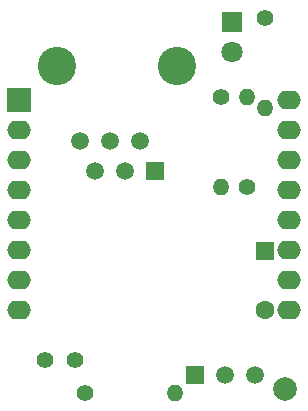
<source format=gbr>
%TF.GenerationSoftware,KiCad,Pcbnew,(6.0.0-0)*%
%TF.CreationDate,2023-07-31T21:51:41+02:00*%
%TF.ProjectId,P1_Gateway,50315f47-6174-4657-9761-792e6b696361,1*%
%TF.SameCoordinates,Original*%
%TF.FileFunction,Soldermask,Bot*%
%TF.FilePolarity,Negative*%
%FSLAX46Y46*%
G04 Gerber Fmt 4.6, Leading zero omitted, Abs format (unit mm)*
G04 Created by KiCad (PCBNEW (6.0.0-0)) date 2023-07-31 21:51:41*
%MOMM*%
%LPD*%
G01*
G04 APERTURE LIST*
%ADD10R,1.600000X1.600000*%
%ADD11C,1.600000*%
%ADD12R,1.800000X1.800000*%
%ADD13C,1.800000*%
%ADD14C,1.400000*%
%ADD15O,1.400000X1.400000*%
%ADD16C,3.250000*%
%ADD17R,1.520000X1.520000*%
%ADD18C,1.520000*%
%ADD19O,2.000000X1.600000*%
%ADD20R,2.000000X2.000000*%
%ADD21R,1.500000X1.500000*%
%ADD22C,1.500000*%
%ADD23C,2.000000*%
G04 APERTURE END LIST*
D10*
%TO.C,C1*%
X193540000Y-73720000D03*
D11*
X193530000Y-78720000D03*
%TD*%
D12*
%TO.C,D1*%
X190754000Y-54356000D03*
D13*
X190754000Y-56896000D03*
%TD*%
D14*
%TO.C,R1*%
X178308000Y-85725000D03*
D15*
X185928000Y-85725000D03*
%TD*%
D14*
%TO.C,R2*%
X192024000Y-68326000D03*
D15*
X192024000Y-60706000D03*
%TD*%
D14*
%TO.C,R4*%
X193550000Y-53940000D03*
D15*
X193550000Y-61560000D03*
%TD*%
D14*
%TO.C,R3*%
X189850000Y-60680000D03*
D15*
X189850000Y-68300000D03*
%TD*%
D16*
%TO.C,J1*%
X186120000Y-58050000D03*
X175960000Y-58050000D03*
D17*
X184210000Y-66940000D03*
D18*
X182940000Y-64400000D03*
X181670000Y-66940000D03*
X180400000Y-64400000D03*
X179130000Y-66940000D03*
X177860000Y-64400000D03*
%TD*%
D14*
%TO.C,JP1*%
X174873600Y-82905600D03*
X177413600Y-82905600D03*
%TD*%
D19*
%TO.C,U1*%
X195580000Y-60960000D03*
X195580000Y-63500000D03*
X195580000Y-66040000D03*
X195580000Y-68580000D03*
X195580000Y-71120000D03*
X195580000Y-73660000D03*
X195580000Y-76200000D03*
X195580000Y-78740000D03*
X172720000Y-78740000D03*
X172720000Y-76200000D03*
X172720000Y-73660000D03*
X172720000Y-71120000D03*
X172720000Y-68580000D03*
X172720000Y-66040000D03*
X172720000Y-63500000D03*
D20*
X172720000Y-60960000D03*
%TD*%
D21*
%TO.C,Q1*%
X187619800Y-84193800D03*
D22*
X190159800Y-84193800D03*
X192699800Y-84193800D03*
%TD*%
D23*
%TO.C,TP1*%
X195199000Y-85369400D03*
%TD*%
M02*

</source>
